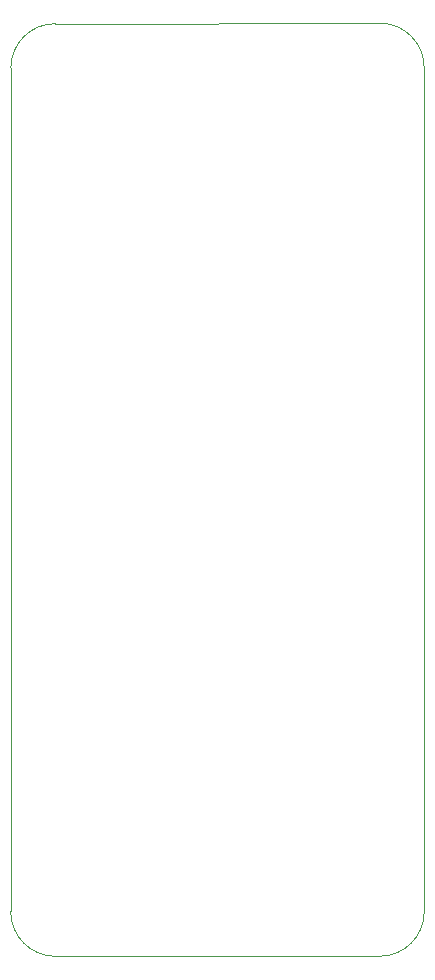
<source format=gbr>
%TF.GenerationSoftware,KiCad,Pcbnew,8.0.3*%
%TF.CreationDate,2024-07-17T15:49:10+08:00*%
%TF.ProjectId,STM32G431C8T6,53544d33-3247-4343-9331-433854362e6b,rev?*%
%TF.SameCoordinates,PXb5c5340PY81b3200*%
%TF.FileFunction,Profile,NP*%
%FSLAX45Y45*%
G04 Gerber Fmt 4.5, Leading zero omitted, Abs format (unit mm)*
G04 Created by KiCad (PCBNEW 8.0.3) date 2024-07-17 15:49:10*
%MOMM*%
%LPD*%
G01*
G04 APERTURE LIST*
%TA.AperFunction,Profile*%
%ADD10C,0.050000*%
%TD*%
G04 APERTURE END LIST*
D10*
X378701Y-1299D02*
G75*
G02*
X-1299Y378701I-1J379999D01*
G01*
X375772Y7895772D02*
X3124228Y7900000D01*
X0Y7520000D02*
G75*
G02*
X375772Y7895770I375770J0D01*
G01*
X3124228Y-61D02*
X378701Y-1299D01*
X3124228Y7900000D02*
G75*
G02*
X3500000Y7524228I2J-375770D01*
G01*
X3500000Y375711D02*
G75*
G02*
X3124228Y-60I-375770J-1D01*
G01*
X3500000Y7524228D02*
X3500000Y375711D01*
X-1299Y378701D02*
X0Y7520000D01*
M02*

</source>
